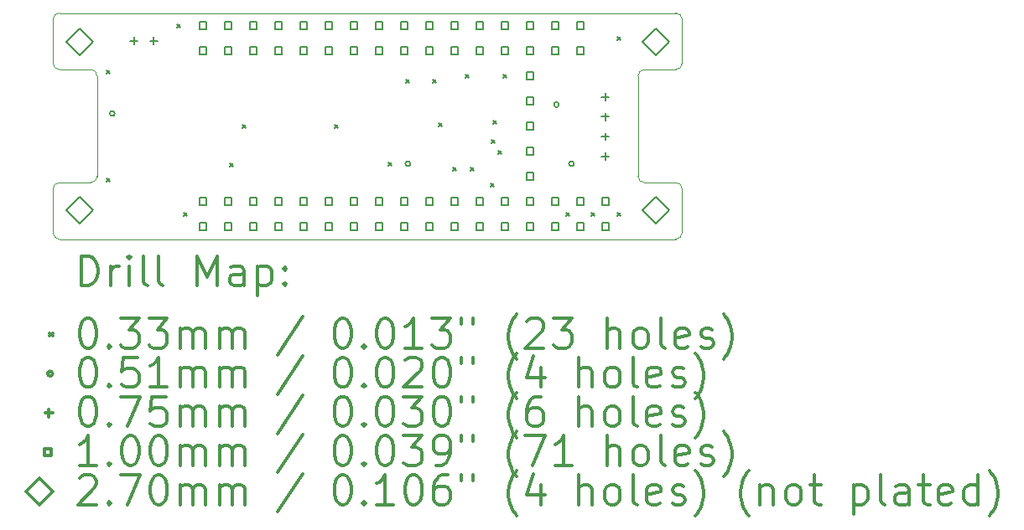
<source format=gbr>
%FSLAX45Y45*%
G04 Gerber Fmt 4.5, Leading zero omitted, Abs format (unit mm)*
G04 Created by KiCad (PCBNEW (5.0.0-rc2-dev-444-g2974a2c10)) date 12/17/19 20:52:31*
%MOMM*%
%LPD*%
G01*
G04 APERTURE LIST*
%ADD10C,0.100000*%
%ADD11C,0.200000*%
%ADD12C,0.300000*%
G04 APERTURE END LIST*
D10*
X16014700Y-11874500D02*
X16014700Y-11430000D01*
X16014700Y-10160000D02*
G75*
G02X15951200Y-10223500I-63500J0D01*
G01*
X15951200Y-10223500D02*
X15633700Y-10223500D01*
X15570200Y-10287000D02*
X15570200Y-11303000D01*
X15570200Y-10287000D02*
G75*
G02X15633700Y-10223500I63500J0D01*
G01*
X15633700Y-11366500D02*
G75*
G02X15570200Y-11303000I0J63500D01*
G01*
X15951200Y-11366500D02*
G75*
G02X16014700Y-11430000I0J-63500D01*
G01*
X15951200Y-11366500D02*
X15633700Y-11366500D01*
X9728200Y-11366500D02*
X10045700Y-11366500D01*
X9728200Y-10223500D02*
X10045700Y-10223500D01*
X10109200Y-11303000D02*
G75*
G02X10045700Y-11366500I-63500J0D01*
G01*
X10045700Y-10223500D02*
G75*
G02X10109200Y-10287000I0J-63500D01*
G01*
X10109200Y-11303000D02*
X10109200Y-10287000D01*
X9664700Y-11874500D02*
X9664700Y-11430000D01*
X9664700Y-11430000D02*
G75*
G02X9728200Y-11366500I63500J0D01*
G01*
X9728200Y-10223500D02*
G75*
G02X9664700Y-10160000I0J63500D01*
G01*
X16014700Y-11874500D02*
G75*
G02X15951200Y-11938000I-63500J0D01*
G01*
X9728200Y-11938000D02*
G75*
G02X9664700Y-11874500I0J63500D01*
G01*
X9664700Y-9715500D02*
G75*
G02X9728200Y-9652000I63500J0D01*
G01*
X15951200Y-9652000D02*
G75*
G02X16014700Y-9715500I0J-63500D01*
G01*
X9664700Y-10160000D02*
X9664700Y-9715500D01*
X9728200Y-11938000D02*
X15951200Y-11938000D01*
X9728200Y-9652000D02*
X15951200Y-9652000D01*
X16014700Y-10160000D02*
X16014700Y-9715500D01*
D11*
X10206990Y-10232390D02*
X10240010Y-10265410D01*
X10240010Y-10232390D02*
X10206990Y-10265410D01*
X10206990Y-11324590D02*
X10240010Y-11357610D01*
X10240010Y-11324590D02*
X10206990Y-11357610D01*
X10918190Y-9762490D02*
X10951210Y-9795510D01*
X10951210Y-9762490D02*
X10918190Y-9795510D01*
X10981690Y-11667490D02*
X11014710Y-11700510D01*
X11014710Y-11667490D02*
X10981690Y-11700510D01*
X11451590Y-11172190D02*
X11484610Y-11205210D01*
X11484610Y-11172190D02*
X11451590Y-11205210D01*
X11578590Y-10778490D02*
X11611610Y-10811510D01*
X11611610Y-10778490D02*
X11578590Y-10811510D01*
X12505690Y-10778490D02*
X12538710Y-10811510D01*
X12538710Y-10778490D02*
X12505690Y-10811510D01*
X13051790Y-11159490D02*
X13084810Y-11192510D01*
X13084810Y-11159490D02*
X13051790Y-11192510D01*
X13229590Y-10321290D02*
X13262610Y-10354310D01*
X13262610Y-10321290D02*
X13229590Y-10354310D01*
X13496290Y-10321290D02*
X13529310Y-10354310D01*
X13529310Y-10321290D02*
X13496290Y-10354310D01*
X13559790Y-10765790D02*
X13592810Y-10798810D01*
X13592810Y-10765790D02*
X13559790Y-10798810D01*
X13699490Y-11210290D02*
X13732510Y-11243310D01*
X13732510Y-11210290D02*
X13699490Y-11243310D01*
X13826490Y-10270490D02*
X13859510Y-10303510D01*
X13859510Y-10270490D02*
X13826490Y-10303510D01*
X13877290Y-11210290D02*
X13910310Y-11243310D01*
X13910310Y-11210290D02*
X13877290Y-11243310D01*
X14080490Y-11375390D02*
X14113510Y-11408410D01*
X14113510Y-11375390D02*
X14080490Y-11408410D01*
X14090949Y-10933131D02*
X14123969Y-10966151D01*
X14123969Y-10933131D02*
X14090949Y-10966151D01*
X14105890Y-10740390D02*
X14138910Y-10773410D01*
X14138910Y-10740390D02*
X14105890Y-10773410D01*
X14156690Y-11045190D02*
X14189710Y-11078210D01*
X14189710Y-11045190D02*
X14156690Y-11078210D01*
X14207490Y-10270490D02*
X14240510Y-10303510D01*
X14240510Y-10270490D02*
X14207490Y-10303510D01*
X14842490Y-11667490D02*
X14875510Y-11700510D01*
X14875510Y-11667490D02*
X14842490Y-11700510D01*
X15096490Y-11667490D02*
X15129510Y-11700510D01*
X15129510Y-11667490D02*
X15096490Y-11700510D01*
X15363190Y-9889490D02*
X15396210Y-9922510D01*
X15396210Y-9889490D02*
X15363190Y-9922510D01*
X15363190Y-11667490D02*
X15396210Y-11700510D01*
X15396210Y-11667490D02*
X15363190Y-11700510D01*
X10287000Y-10668000D02*
G75*
G03X10287000Y-10668000I-25400J0D01*
G01*
X13271500Y-11176000D02*
G75*
G03X13271500Y-11176000I-25400J0D01*
G01*
X14770100Y-10579100D02*
G75*
G03X14770100Y-10579100I-25400J0D01*
G01*
X14922500Y-11176000D02*
G75*
G03X14922500Y-11176000I-25400J0D01*
G01*
X15240000Y-10462300D02*
X15240000Y-10537300D01*
X15202500Y-10499800D02*
X15277500Y-10499800D01*
X15240000Y-10662300D02*
X15240000Y-10737300D01*
X15202500Y-10699800D02*
X15277500Y-10699800D01*
X15240000Y-10862300D02*
X15240000Y-10937300D01*
X15202500Y-10899800D02*
X15277500Y-10899800D01*
X15240000Y-11062300D02*
X15240000Y-11137300D01*
X15202500Y-11099800D02*
X15277500Y-11099800D01*
X10480700Y-9893900D02*
X10480700Y-9968900D01*
X10443200Y-9931400D02*
X10518200Y-9931400D01*
X10680700Y-9893900D02*
X10680700Y-9968900D01*
X10643200Y-9931400D02*
X10718200Y-9931400D01*
X11211356Y-10068356D02*
X11211356Y-9997644D01*
X11140644Y-9997644D01*
X11140644Y-10068356D01*
X11211356Y-10068356D01*
X11465356Y-10068356D02*
X11465356Y-9997644D01*
X11394644Y-9997644D01*
X11394644Y-10068356D01*
X11465356Y-10068356D01*
X11719356Y-10068356D02*
X11719356Y-9997644D01*
X11648644Y-9997644D01*
X11648644Y-10068356D01*
X11719356Y-10068356D01*
X11973356Y-10068356D02*
X11973356Y-9997644D01*
X11902644Y-9997644D01*
X11902644Y-10068356D01*
X11973356Y-10068356D01*
X12227356Y-10068356D02*
X12227356Y-9997644D01*
X12156644Y-9997644D01*
X12156644Y-10068356D01*
X12227356Y-10068356D01*
X12481356Y-10068356D02*
X12481356Y-9997644D01*
X12410644Y-9997644D01*
X12410644Y-10068356D01*
X12481356Y-10068356D01*
X12735356Y-10068356D02*
X12735356Y-9997644D01*
X12664644Y-9997644D01*
X12664644Y-10068356D01*
X12735356Y-10068356D01*
X12989356Y-10068356D02*
X12989356Y-9997644D01*
X12918644Y-9997644D01*
X12918644Y-10068356D01*
X12989356Y-10068356D01*
X13243356Y-10068356D02*
X13243356Y-9997644D01*
X13172644Y-9997644D01*
X13172644Y-10068356D01*
X13243356Y-10068356D01*
X13497356Y-10068356D02*
X13497356Y-9997644D01*
X13426644Y-9997644D01*
X13426644Y-10068356D01*
X13497356Y-10068356D01*
X13751356Y-10068356D02*
X13751356Y-9997644D01*
X13680644Y-9997644D01*
X13680644Y-10068356D01*
X13751356Y-10068356D01*
X14005356Y-10068356D02*
X14005356Y-9997644D01*
X13934644Y-9997644D01*
X13934644Y-10068356D01*
X14005356Y-10068356D01*
X14259356Y-10068356D02*
X14259356Y-9997644D01*
X14188644Y-9997644D01*
X14188644Y-10068356D01*
X14259356Y-10068356D01*
X14513356Y-10068356D02*
X14513356Y-9997644D01*
X14442644Y-9997644D01*
X14442644Y-10068356D01*
X14513356Y-10068356D01*
X14767356Y-10068356D02*
X14767356Y-9997644D01*
X14696644Y-9997644D01*
X14696644Y-10068356D01*
X14767356Y-10068356D01*
X15021356Y-10068356D02*
X15021356Y-9997644D01*
X14950644Y-9997644D01*
X14950644Y-10068356D01*
X15021356Y-10068356D01*
X11211356Y-9814356D02*
X11211356Y-9743644D01*
X11140644Y-9743644D01*
X11140644Y-9814356D01*
X11211356Y-9814356D01*
X11465356Y-9814356D02*
X11465356Y-9743644D01*
X11394644Y-9743644D01*
X11394644Y-9814356D01*
X11465356Y-9814356D01*
X11719356Y-9814356D02*
X11719356Y-9743644D01*
X11648644Y-9743644D01*
X11648644Y-9814356D01*
X11719356Y-9814356D01*
X11973356Y-9814356D02*
X11973356Y-9743644D01*
X11902644Y-9743644D01*
X11902644Y-9814356D01*
X11973356Y-9814356D01*
X12227356Y-9814356D02*
X12227356Y-9743644D01*
X12156644Y-9743644D01*
X12156644Y-9814356D01*
X12227356Y-9814356D01*
X12481356Y-9814356D02*
X12481356Y-9743644D01*
X12410644Y-9743644D01*
X12410644Y-9814356D01*
X12481356Y-9814356D01*
X12735356Y-9814356D02*
X12735356Y-9743644D01*
X12664644Y-9743644D01*
X12664644Y-9814356D01*
X12735356Y-9814356D01*
X12989356Y-9814356D02*
X12989356Y-9743644D01*
X12918644Y-9743644D01*
X12918644Y-9814356D01*
X12989356Y-9814356D01*
X13243356Y-9814356D02*
X13243356Y-9743644D01*
X13172644Y-9743644D01*
X13172644Y-9814356D01*
X13243356Y-9814356D01*
X13497356Y-9814356D02*
X13497356Y-9743644D01*
X13426644Y-9743644D01*
X13426644Y-9814356D01*
X13497356Y-9814356D01*
X13751356Y-9814356D02*
X13751356Y-9743644D01*
X13680644Y-9743644D01*
X13680644Y-9814356D01*
X13751356Y-9814356D01*
X14005356Y-9814356D02*
X14005356Y-9743644D01*
X13934644Y-9743644D01*
X13934644Y-9814356D01*
X14005356Y-9814356D01*
X14259356Y-9814356D02*
X14259356Y-9743644D01*
X14188644Y-9743644D01*
X14188644Y-9814356D01*
X14259356Y-9814356D01*
X14513356Y-9814356D02*
X14513356Y-9743644D01*
X14442644Y-9743644D01*
X14442644Y-9814356D01*
X14513356Y-9814356D01*
X14767356Y-9814356D02*
X14767356Y-9743644D01*
X14696644Y-9743644D01*
X14696644Y-9814356D01*
X14767356Y-9814356D01*
X15021356Y-9814356D02*
X15021356Y-9743644D01*
X14950644Y-9743644D01*
X14950644Y-9814356D01*
X15021356Y-9814356D01*
X11211356Y-11592356D02*
X11211356Y-11521644D01*
X11140644Y-11521644D01*
X11140644Y-11592356D01*
X11211356Y-11592356D01*
X11465356Y-11592356D02*
X11465356Y-11521644D01*
X11394644Y-11521644D01*
X11394644Y-11592356D01*
X11465356Y-11592356D01*
X11719356Y-11592356D02*
X11719356Y-11521644D01*
X11648644Y-11521644D01*
X11648644Y-11592356D01*
X11719356Y-11592356D01*
X11973356Y-11592356D02*
X11973356Y-11521644D01*
X11902644Y-11521644D01*
X11902644Y-11592356D01*
X11973356Y-11592356D01*
X12227356Y-11592356D02*
X12227356Y-11521644D01*
X12156644Y-11521644D01*
X12156644Y-11592356D01*
X12227356Y-11592356D01*
X12481356Y-11592356D02*
X12481356Y-11521644D01*
X12410644Y-11521644D01*
X12410644Y-11592356D01*
X12481356Y-11592356D01*
X12735356Y-11592356D02*
X12735356Y-11521644D01*
X12664644Y-11521644D01*
X12664644Y-11592356D01*
X12735356Y-11592356D01*
X12989356Y-11592356D02*
X12989356Y-11521644D01*
X12918644Y-11521644D01*
X12918644Y-11592356D01*
X12989356Y-11592356D01*
X13243356Y-11592356D02*
X13243356Y-11521644D01*
X13172644Y-11521644D01*
X13172644Y-11592356D01*
X13243356Y-11592356D01*
X13497356Y-11592356D02*
X13497356Y-11521644D01*
X13426644Y-11521644D01*
X13426644Y-11592356D01*
X13497356Y-11592356D01*
X13751356Y-11592356D02*
X13751356Y-11521644D01*
X13680644Y-11521644D01*
X13680644Y-11592356D01*
X13751356Y-11592356D01*
X14005356Y-11592356D02*
X14005356Y-11521644D01*
X13934644Y-11521644D01*
X13934644Y-11592356D01*
X14005356Y-11592356D01*
X14259356Y-11592356D02*
X14259356Y-11521644D01*
X14188644Y-11521644D01*
X14188644Y-11592356D01*
X14259356Y-11592356D01*
X14513356Y-11592356D02*
X14513356Y-11521644D01*
X14442644Y-11521644D01*
X14442644Y-11592356D01*
X14513356Y-11592356D01*
X14767356Y-11592356D02*
X14767356Y-11521644D01*
X14696644Y-11521644D01*
X14696644Y-11592356D01*
X14767356Y-11592356D01*
X15021356Y-11592356D02*
X15021356Y-11521644D01*
X14950644Y-11521644D01*
X14950644Y-11592356D01*
X15021356Y-11592356D01*
X15275356Y-11592356D02*
X15275356Y-11521644D01*
X15204644Y-11521644D01*
X15204644Y-11592356D01*
X15275356Y-11592356D01*
X14513356Y-10322356D02*
X14513356Y-10251644D01*
X14442644Y-10251644D01*
X14442644Y-10322356D01*
X14513356Y-10322356D01*
X14513356Y-10576356D02*
X14513356Y-10505644D01*
X14442644Y-10505644D01*
X14442644Y-10576356D01*
X14513356Y-10576356D01*
X14513356Y-10830356D02*
X14513356Y-10759644D01*
X14442644Y-10759644D01*
X14442644Y-10830356D01*
X14513356Y-10830356D01*
X14513356Y-11084356D02*
X14513356Y-11013644D01*
X14442644Y-11013644D01*
X14442644Y-11084356D01*
X14513356Y-11084356D01*
X14513356Y-11338356D02*
X14513356Y-11267644D01*
X14442644Y-11267644D01*
X14442644Y-11338356D01*
X14513356Y-11338356D01*
X11211356Y-11846356D02*
X11211356Y-11775644D01*
X11140644Y-11775644D01*
X11140644Y-11846356D01*
X11211356Y-11846356D01*
X11465356Y-11846356D02*
X11465356Y-11775644D01*
X11394644Y-11775644D01*
X11394644Y-11846356D01*
X11465356Y-11846356D01*
X11719356Y-11846356D02*
X11719356Y-11775644D01*
X11648644Y-11775644D01*
X11648644Y-11846356D01*
X11719356Y-11846356D01*
X11973356Y-11846356D02*
X11973356Y-11775644D01*
X11902644Y-11775644D01*
X11902644Y-11846356D01*
X11973356Y-11846356D01*
X12227356Y-11846356D02*
X12227356Y-11775644D01*
X12156644Y-11775644D01*
X12156644Y-11846356D01*
X12227356Y-11846356D01*
X12481356Y-11846356D02*
X12481356Y-11775644D01*
X12410644Y-11775644D01*
X12410644Y-11846356D01*
X12481356Y-11846356D01*
X12735356Y-11846356D02*
X12735356Y-11775644D01*
X12664644Y-11775644D01*
X12664644Y-11846356D01*
X12735356Y-11846356D01*
X12989356Y-11846356D02*
X12989356Y-11775644D01*
X12918644Y-11775644D01*
X12918644Y-11846356D01*
X12989356Y-11846356D01*
X13243356Y-11846356D02*
X13243356Y-11775644D01*
X13172644Y-11775644D01*
X13172644Y-11846356D01*
X13243356Y-11846356D01*
X13497356Y-11846356D02*
X13497356Y-11775644D01*
X13426644Y-11775644D01*
X13426644Y-11846356D01*
X13497356Y-11846356D01*
X13751356Y-11846356D02*
X13751356Y-11775644D01*
X13680644Y-11775644D01*
X13680644Y-11846356D01*
X13751356Y-11846356D01*
X14005356Y-11846356D02*
X14005356Y-11775644D01*
X13934644Y-11775644D01*
X13934644Y-11846356D01*
X14005356Y-11846356D01*
X14259356Y-11846356D02*
X14259356Y-11775644D01*
X14188644Y-11775644D01*
X14188644Y-11846356D01*
X14259356Y-11846356D01*
X14513356Y-11846356D02*
X14513356Y-11775644D01*
X14442644Y-11775644D01*
X14442644Y-11846356D01*
X14513356Y-11846356D01*
X14767356Y-11846356D02*
X14767356Y-11775644D01*
X14696644Y-11775644D01*
X14696644Y-11846356D01*
X14767356Y-11846356D01*
X15021356Y-11846356D02*
X15021356Y-11775644D01*
X14950644Y-11775644D01*
X14950644Y-11846356D01*
X15021356Y-11846356D01*
X15275356Y-11846356D02*
X15275356Y-11775644D01*
X15204644Y-11775644D01*
X15204644Y-11846356D01*
X15275356Y-11846356D01*
X9931400Y-11780900D02*
X10066400Y-11645900D01*
X9931400Y-11510900D01*
X9796400Y-11645900D01*
X9931400Y-11780900D01*
X15748000Y-11780900D02*
X15883000Y-11645900D01*
X15748000Y-11510900D01*
X15613000Y-11645900D01*
X15748000Y-11780900D01*
X9931400Y-10079100D02*
X10066400Y-9944100D01*
X9931400Y-9809100D01*
X9796400Y-9944100D01*
X9931400Y-10079100D01*
X15748000Y-10079100D02*
X15883000Y-9944100D01*
X15748000Y-9809100D01*
X15613000Y-9944100D01*
X15748000Y-10079100D01*
D12*
X9946128Y-12408714D02*
X9946128Y-12108714D01*
X10017557Y-12108714D01*
X10060414Y-12123000D01*
X10088986Y-12151571D01*
X10103271Y-12180143D01*
X10117557Y-12237286D01*
X10117557Y-12280143D01*
X10103271Y-12337286D01*
X10088986Y-12365857D01*
X10060414Y-12394429D01*
X10017557Y-12408714D01*
X9946128Y-12408714D01*
X10246128Y-12408714D02*
X10246128Y-12208714D01*
X10246128Y-12265857D02*
X10260414Y-12237286D01*
X10274700Y-12223000D01*
X10303271Y-12208714D01*
X10331843Y-12208714D01*
X10431843Y-12408714D02*
X10431843Y-12208714D01*
X10431843Y-12108714D02*
X10417557Y-12123000D01*
X10431843Y-12137286D01*
X10446128Y-12123000D01*
X10431843Y-12108714D01*
X10431843Y-12137286D01*
X10617557Y-12408714D02*
X10588986Y-12394429D01*
X10574700Y-12365857D01*
X10574700Y-12108714D01*
X10774700Y-12408714D02*
X10746128Y-12394429D01*
X10731843Y-12365857D01*
X10731843Y-12108714D01*
X11117557Y-12408714D02*
X11117557Y-12108714D01*
X11217557Y-12323000D01*
X11317557Y-12108714D01*
X11317557Y-12408714D01*
X11588986Y-12408714D02*
X11588986Y-12251571D01*
X11574700Y-12223000D01*
X11546128Y-12208714D01*
X11488986Y-12208714D01*
X11460414Y-12223000D01*
X11588986Y-12394429D02*
X11560414Y-12408714D01*
X11488986Y-12408714D01*
X11460414Y-12394429D01*
X11446128Y-12365857D01*
X11446128Y-12337286D01*
X11460414Y-12308714D01*
X11488986Y-12294429D01*
X11560414Y-12294429D01*
X11588986Y-12280143D01*
X11731843Y-12208714D02*
X11731843Y-12508714D01*
X11731843Y-12223000D02*
X11760414Y-12208714D01*
X11817557Y-12208714D01*
X11846128Y-12223000D01*
X11860414Y-12237286D01*
X11874700Y-12265857D01*
X11874700Y-12351571D01*
X11860414Y-12380143D01*
X11846128Y-12394429D01*
X11817557Y-12408714D01*
X11760414Y-12408714D01*
X11731843Y-12394429D01*
X12003271Y-12380143D02*
X12017557Y-12394429D01*
X12003271Y-12408714D01*
X11988986Y-12394429D01*
X12003271Y-12380143D01*
X12003271Y-12408714D01*
X12003271Y-12223000D02*
X12017557Y-12237286D01*
X12003271Y-12251571D01*
X11988986Y-12237286D01*
X12003271Y-12223000D01*
X12003271Y-12251571D01*
X9626680Y-12886490D02*
X9659700Y-12919510D01*
X9659700Y-12886490D02*
X9626680Y-12919510D01*
X10003271Y-12738714D02*
X10031843Y-12738714D01*
X10060414Y-12753000D01*
X10074700Y-12767286D01*
X10088986Y-12795857D01*
X10103271Y-12853000D01*
X10103271Y-12924429D01*
X10088986Y-12981571D01*
X10074700Y-13010143D01*
X10060414Y-13024429D01*
X10031843Y-13038714D01*
X10003271Y-13038714D01*
X9974700Y-13024429D01*
X9960414Y-13010143D01*
X9946128Y-12981571D01*
X9931843Y-12924429D01*
X9931843Y-12853000D01*
X9946128Y-12795857D01*
X9960414Y-12767286D01*
X9974700Y-12753000D01*
X10003271Y-12738714D01*
X10231843Y-13010143D02*
X10246128Y-13024429D01*
X10231843Y-13038714D01*
X10217557Y-13024429D01*
X10231843Y-13010143D01*
X10231843Y-13038714D01*
X10346128Y-12738714D02*
X10531843Y-12738714D01*
X10431843Y-12853000D01*
X10474700Y-12853000D01*
X10503271Y-12867286D01*
X10517557Y-12881571D01*
X10531843Y-12910143D01*
X10531843Y-12981571D01*
X10517557Y-13010143D01*
X10503271Y-13024429D01*
X10474700Y-13038714D01*
X10388986Y-13038714D01*
X10360414Y-13024429D01*
X10346128Y-13010143D01*
X10631843Y-12738714D02*
X10817557Y-12738714D01*
X10717557Y-12853000D01*
X10760414Y-12853000D01*
X10788986Y-12867286D01*
X10803271Y-12881571D01*
X10817557Y-12910143D01*
X10817557Y-12981571D01*
X10803271Y-13010143D01*
X10788986Y-13024429D01*
X10760414Y-13038714D01*
X10674700Y-13038714D01*
X10646128Y-13024429D01*
X10631843Y-13010143D01*
X10946128Y-13038714D02*
X10946128Y-12838714D01*
X10946128Y-12867286D02*
X10960414Y-12853000D01*
X10988986Y-12838714D01*
X11031843Y-12838714D01*
X11060414Y-12853000D01*
X11074700Y-12881571D01*
X11074700Y-13038714D01*
X11074700Y-12881571D02*
X11088986Y-12853000D01*
X11117557Y-12838714D01*
X11160414Y-12838714D01*
X11188986Y-12853000D01*
X11203271Y-12881571D01*
X11203271Y-13038714D01*
X11346128Y-13038714D02*
X11346128Y-12838714D01*
X11346128Y-12867286D02*
X11360414Y-12853000D01*
X11388986Y-12838714D01*
X11431843Y-12838714D01*
X11460414Y-12853000D01*
X11474700Y-12881571D01*
X11474700Y-13038714D01*
X11474700Y-12881571D02*
X11488986Y-12853000D01*
X11517557Y-12838714D01*
X11560414Y-12838714D01*
X11588986Y-12853000D01*
X11603271Y-12881571D01*
X11603271Y-13038714D01*
X12188986Y-12724429D02*
X11931843Y-13110143D01*
X12574700Y-12738714D02*
X12603271Y-12738714D01*
X12631843Y-12753000D01*
X12646128Y-12767286D01*
X12660414Y-12795857D01*
X12674700Y-12853000D01*
X12674700Y-12924429D01*
X12660414Y-12981571D01*
X12646128Y-13010143D01*
X12631843Y-13024429D01*
X12603271Y-13038714D01*
X12574700Y-13038714D01*
X12546128Y-13024429D01*
X12531843Y-13010143D01*
X12517557Y-12981571D01*
X12503271Y-12924429D01*
X12503271Y-12853000D01*
X12517557Y-12795857D01*
X12531843Y-12767286D01*
X12546128Y-12753000D01*
X12574700Y-12738714D01*
X12803271Y-13010143D02*
X12817557Y-13024429D01*
X12803271Y-13038714D01*
X12788986Y-13024429D01*
X12803271Y-13010143D01*
X12803271Y-13038714D01*
X13003271Y-12738714D02*
X13031843Y-12738714D01*
X13060414Y-12753000D01*
X13074700Y-12767286D01*
X13088986Y-12795857D01*
X13103271Y-12853000D01*
X13103271Y-12924429D01*
X13088986Y-12981571D01*
X13074700Y-13010143D01*
X13060414Y-13024429D01*
X13031843Y-13038714D01*
X13003271Y-13038714D01*
X12974700Y-13024429D01*
X12960414Y-13010143D01*
X12946128Y-12981571D01*
X12931843Y-12924429D01*
X12931843Y-12853000D01*
X12946128Y-12795857D01*
X12960414Y-12767286D01*
X12974700Y-12753000D01*
X13003271Y-12738714D01*
X13388986Y-13038714D02*
X13217557Y-13038714D01*
X13303271Y-13038714D02*
X13303271Y-12738714D01*
X13274700Y-12781571D01*
X13246128Y-12810143D01*
X13217557Y-12824429D01*
X13488986Y-12738714D02*
X13674700Y-12738714D01*
X13574700Y-12853000D01*
X13617557Y-12853000D01*
X13646128Y-12867286D01*
X13660414Y-12881571D01*
X13674700Y-12910143D01*
X13674700Y-12981571D01*
X13660414Y-13010143D01*
X13646128Y-13024429D01*
X13617557Y-13038714D01*
X13531843Y-13038714D01*
X13503271Y-13024429D01*
X13488986Y-13010143D01*
X13788986Y-12738714D02*
X13788986Y-12795857D01*
X13903271Y-12738714D02*
X13903271Y-12795857D01*
X14346128Y-13153000D02*
X14331843Y-13138714D01*
X14303271Y-13095857D01*
X14288986Y-13067286D01*
X14274700Y-13024429D01*
X14260414Y-12953000D01*
X14260414Y-12895857D01*
X14274700Y-12824429D01*
X14288986Y-12781571D01*
X14303271Y-12753000D01*
X14331843Y-12710143D01*
X14346128Y-12695857D01*
X14446128Y-12767286D02*
X14460414Y-12753000D01*
X14488986Y-12738714D01*
X14560414Y-12738714D01*
X14588986Y-12753000D01*
X14603271Y-12767286D01*
X14617557Y-12795857D01*
X14617557Y-12824429D01*
X14603271Y-12867286D01*
X14431843Y-13038714D01*
X14617557Y-13038714D01*
X14717557Y-12738714D02*
X14903271Y-12738714D01*
X14803271Y-12853000D01*
X14846128Y-12853000D01*
X14874700Y-12867286D01*
X14888986Y-12881571D01*
X14903271Y-12910143D01*
X14903271Y-12981571D01*
X14888986Y-13010143D01*
X14874700Y-13024429D01*
X14846128Y-13038714D01*
X14760414Y-13038714D01*
X14731843Y-13024429D01*
X14717557Y-13010143D01*
X15260414Y-13038714D02*
X15260414Y-12738714D01*
X15388986Y-13038714D02*
X15388986Y-12881571D01*
X15374700Y-12853000D01*
X15346128Y-12838714D01*
X15303271Y-12838714D01*
X15274700Y-12853000D01*
X15260414Y-12867286D01*
X15574700Y-13038714D02*
X15546128Y-13024429D01*
X15531843Y-13010143D01*
X15517557Y-12981571D01*
X15517557Y-12895857D01*
X15531843Y-12867286D01*
X15546128Y-12853000D01*
X15574700Y-12838714D01*
X15617557Y-12838714D01*
X15646128Y-12853000D01*
X15660414Y-12867286D01*
X15674700Y-12895857D01*
X15674700Y-12981571D01*
X15660414Y-13010143D01*
X15646128Y-13024429D01*
X15617557Y-13038714D01*
X15574700Y-13038714D01*
X15846128Y-13038714D02*
X15817557Y-13024429D01*
X15803271Y-12995857D01*
X15803271Y-12738714D01*
X16074700Y-13024429D02*
X16046128Y-13038714D01*
X15988986Y-13038714D01*
X15960414Y-13024429D01*
X15946128Y-12995857D01*
X15946128Y-12881571D01*
X15960414Y-12853000D01*
X15988986Y-12838714D01*
X16046128Y-12838714D01*
X16074700Y-12853000D01*
X16088986Y-12881571D01*
X16088986Y-12910143D01*
X15946128Y-12938714D01*
X16203271Y-13024429D02*
X16231843Y-13038714D01*
X16288986Y-13038714D01*
X16317557Y-13024429D01*
X16331843Y-12995857D01*
X16331843Y-12981571D01*
X16317557Y-12953000D01*
X16288986Y-12938714D01*
X16246128Y-12938714D01*
X16217557Y-12924429D01*
X16203271Y-12895857D01*
X16203271Y-12881571D01*
X16217557Y-12853000D01*
X16246128Y-12838714D01*
X16288986Y-12838714D01*
X16317557Y-12853000D01*
X16431843Y-13153000D02*
X16446128Y-13138714D01*
X16474700Y-13095857D01*
X16488986Y-13067286D01*
X16503271Y-13024429D01*
X16517557Y-12953000D01*
X16517557Y-12895857D01*
X16503271Y-12824429D01*
X16488986Y-12781571D01*
X16474700Y-12753000D01*
X16446128Y-12710143D01*
X16431843Y-12695857D01*
X9659700Y-13299000D02*
G75*
G03X9659700Y-13299000I-25400J0D01*
G01*
X10003271Y-13134714D02*
X10031843Y-13134714D01*
X10060414Y-13149000D01*
X10074700Y-13163286D01*
X10088986Y-13191857D01*
X10103271Y-13249000D01*
X10103271Y-13320429D01*
X10088986Y-13377571D01*
X10074700Y-13406143D01*
X10060414Y-13420429D01*
X10031843Y-13434714D01*
X10003271Y-13434714D01*
X9974700Y-13420429D01*
X9960414Y-13406143D01*
X9946128Y-13377571D01*
X9931843Y-13320429D01*
X9931843Y-13249000D01*
X9946128Y-13191857D01*
X9960414Y-13163286D01*
X9974700Y-13149000D01*
X10003271Y-13134714D01*
X10231843Y-13406143D02*
X10246128Y-13420429D01*
X10231843Y-13434714D01*
X10217557Y-13420429D01*
X10231843Y-13406143D01*
X10231843Y-13434714D01*
X10517557Y-13134714D02*
X10374700Y-13134714D01*
X10360414Y-13277571D01*
X10374700Y-13263286D01*
X10403271Y-13249000D01*
X10474700Y-13249000D01*
X10503271Y-13263286D01*
X10517557Y-13277571D01*
X10531843Y-13306143D01*
X10531843Y-13377571D01*
X10517557Y-13406143D01*
X10503271Y-13420429D01*
X10474700Y-13434714D01*
X10403271Y-13434714D01*
X10374700Y-13420429D01*
X10360414Y-13406143D01*
X10817557Y-13434714D02*
X10646128Y-13434714D01*
X10731843Y-13434714D02*
X10731843Y-13134714D01*
X10703271Y-13177571D01*
X10674700Y-13206143D01*
X10646128Y-13220429D01*
X10946128Y-13434714D02*
X10946128Y-13234714D01*
X10946128Y-13263286D02*
X10960414Y-13249000D01*
X10988986Y-13234714D01*
X11031843Y-13234714D01*
X11060414Y-13249000D01*
X11074700Y-13277571D01*
X11074700Y-13434714D01*
X11074700Y-13277571D02*
X11088986Y-13249000D01*
X11117557Y-13234714D01*
X11160414Y-13234714D01*
X11188986Y-13249000D01*
X11203271Y-13277571D01*
X11203271Y-13434714D01*
X11346128Y-13434714D02*
X11346128Y-13234714D01*
X11346128Y-13263286D02*
X11360414Y-13249000D01*
X11388986Y-13234714D01*
X11431843Y-13234714D01*
X11460414Y-13249000D01*
X11474700Y-13277571D01*
X11474700Y-13434714D01*
X11474700Y-13277571D02*
X11488986Y-13249000D01*
X11517557Y-13234714D01*
X11560414Y-13234714D01*
X11588986Y-13249000D01*
X11603271Y-13277571D01*
X11603271Y-13434714D01*
X12188986Y-13120429D02*
X11931843Y-13506143D01*
X12574700Y-13134714D02*
X12603271Y-13134714D01*
X12631843Y-13149000D01*
X12646128Y-13163286D01*
X12660414Y-13191857D01*
X12674700Y-13249000D01*
X12674700Y-13320429D01*
X12660414Y-13377571D01*
X12646128Y-13406143D01*
X12631843Y-13420429D01*
X12603271Y-13434714D01*
X12574700Y-13434714D01*
X12546128Y-13420429D01*
X12531843Y-13406143D01*
X12517557Y-13377571D01*
X12503271Y-13320429D01*
X12503271Y-13249000D01*
X12517557Y-13191857D01*
X12531843Y-13163286D01*
X12546128Y-13149000D01*
X12574700Y-13134714D01*
X12803271Y-13406143D02*
X12817557Y-13420429D01*
X12803271Y-13434714D01*
X12788986Y-13420429D01*
X12803271Y-13406143D01*
X12803271Y-13434714D01*
X13003271Y-13134714D02*
X13031843Y-13134714D01*
X13060414Y-13149000D01*
X13074700Y-13163286D01*
X13088986Y-13191857D01*
X13103271Y-13249000D01*
X13103271Y-13320429D01*
X13088986Y-13377571D01*
X13074700Y-13406143D01*
X13060414Y-13420429D01*
X13031843Y-13434714D01*
X13003271Y-13434714D01*
X12974700Y-13420429D01*
X12960414Y-13406143D01*
X12946128Y-13377571D01*
X12931843Y-13320429D01*
X12931843Y-13249000D01*
X12946128Y-13191857D01*
X12960414Y-13163286D01*
X12974700Y-13149000D01*
X13003271Y-13134714D01*
X13217557Y-13163286D02*
X13231843Y-13149000D01*
X13260414Y-13134714D01*
X13331843Y-13134714D01*
X13360414Y-13149000D01*
X13374700Y-13163286D01*
X13388986Y-13191857D01*
X13388986Y-13220429D01*
X13374700Y-13263286D01*
X13203271Y-13434714D01*
X13388986Y-13434714D01*
X13574700Y-13134714D02*
X13603271Y-13134714D01*
X13631843Y-13149000D01*
X13646128Y-13163286D01*
X13660414Y-13191857D01*
X13674700Y-13249000D01*
X13674700Y-13320429D01*
X13660414Y-13377571D01*
X13646128Y-13406143D01*
X13631843Y-13420429D01*
X13603271Y-13434714D01*
X13574700Y-13434714D01*
X13546128Y-13420429D01*
X13531843Y-13406143D01*
X13517557Y-13377571D01*
X13503271Y-13320429D01*
X13503271Y-13249000D01*
X13517557Y-13191857D01*
X13531843Y-13163286D01*
X13546128Y-13149000D01*
X13574700Y-13134714D01*
X13788986Y-13134714D02*
X13788986Y-13191857D01*
X13903271Y-13134714D02*
X13903271Y-13191857D01*
X14346128Y-13549000D02*
X14331843Y-13534714D01*
X14303271Y-13491857D01*
X14288986Y-13463286D01*
X14274700Y-13420429D01*
X14260414Y-13349000D01*
X14260414Y-13291857D01*
X14274700Y-13220429D01*
X14288986Y-13177571D01*
X14303271Y-13149000D01*
X14331843Y-13106143D01*
X14346128Y-13091857D01*
X14588986Y-13234714D02*
X14588986Y-13434714D01*
X14517557Y-13120429D02*
X14446128Y-13334714D01*
X14631843Y-13334714D01*
X14974700Y-13434714D02*
X14974700Y-13134714D01*
X15103271Y-13434714D02*
X15103271Y-13277571D01*
X15088986Y-13249000D01*
X15060414Y-13234714D01*
X15017557Y-13234714D01*
X14988986Y-13249000D01*
X14974700Y-13263286D01*
X15288986Y-13434714D02*
X15260414Y-13420429D01*
X15246128Y-13406143D01*
X15231843Y-13377571D01*
X15231843Y-13291857D01*
X15246128Y-13263286D01*
X15260414Y-13249000D01*
X15288986Y-13234714D01*
X15331843Y-13234714D01*
X15360414Y-13249000D01*
X15374700Y-13263286D01*
X15388986Y-13291857D01*
X15388986Y-13377571D01*
X15374700Y-13406143D01*
X15360414Y-13420429D01*
X15331843Y-13434714D01*
X15288986Y-13434714D01*
X15560414Y-13434714D02*
X15531843Y-13420429D01*
X15517557Y-13391857D01*
X15517557Y-13134714D01*
X15788986Y-13420429D02*
X15760414Y-13434714D01*
X15703271Y-13434714D01*
X15674700Y-13420429D01*
X15660414Y-13391857D01*
X15660414Y-13277571D01*
X15674700Y-13249000D01*
X15703271Y-13234714D01*
X15760414Y-13234714D01*
X15788986Y-13249000D01*
X15803271Y-13277571D01*
X15803271Y-13306143D01*
X15660414Y-13334714D01*
X15917557Y-13420429D02*
X15946128Y-13434714D01*
X16003271Y-13434714D01*
X16031843Y-13420429D01*
X16046128Y-13391857D01*
X16046128Y-13377571D01*
X16031843Y-13349000D01*
X16003271Y-13334714D01*
X15960414Y-13334714D01*
X15931843Y-13320429D01*
X15917557Y-13291857D01*
X15917557Y-13277571D01*
X15931843Y-13249000D01*
X15960414Y-13234714D01*
X16003271Y-13234714D01*
X16031843Y-13249000D01*
X16146128Y-13549000D02*
X16160414Y-13534714D01*
X16188986Y-13491857D01*
X16203271Y-13463286D01*
X16217557Y-13420429D01*
X16231843Y-13349000D01*
X16231843Y-13291857D01*
X16217557Y-13220429D01*
X16203271Y-13177571D01*
X16188986Y-13149000D01*
X16160414Y-13106143D01*
X16146128Y-13091857D01*
X9622200Y-13657500D02*
X9622200Y-13732500D01*
X9584700Y-13695000D02*
X9659700Y-13695000D01*
X10003271Y-13530714D02*
X10031843Y-13530714D01*
X10060414Y-13545000D01*
X10074700Y-13559286D01*
X10088986Y-13587857D01*
X10103271Y-13645000D01*
X10103271Y-13716429D01*
X10088986Y-13773571D01*
X10074700Y-13802143D01*
X10060414Y-13816429D01*
X10031843Y-13830714D01*
X10003271Y-13830714D01*
X9974700Y-13816429D01*
X9960414Y-13802143D01*
X9946128Y-13773571D01*
X9931843Y-13716429D01*
X9931843Y-13645000D01*
X9946128Y-13587857D01*
X9960414Y-13559286D01*
X9974700Y-13545000D01*
X10003271Y-13530714D01*
X10231843Y-13802143D02*
X10246128Y-13816429D01*
X10231843Y-13830714D01*
X10217557Y-13816429D01*
X10231843Y-13802143D01*
X10231843Y-13830714D01*
X10346128Y-13530714D02*
X10546128Y-13530714D01*
X10417557Y-13830714D01*
X10803271Y-13530714D02*
X10660414Y-13530714D01*
X10646128Y-13673571D01*
X10660414Y-13659286D01*
X10688986Y-13645000D01*
X10760414Y-13645000D01*
X10788986Y-13659286D01*
X10803271Y-13673571D01*
X10817557Y-13702143D01*
X10817557Y-13773571D01*
X10803271Y-13802143D01*
X10788986Y-13816429D01*
X10760414Y-13830714D01*
X10688986Y-13830714D01*
X10660414Y-13816429D01*
X10646128Y-13802143D01*
X10946128Y-13830714D02*
X10946128Y-13630714D01*
X10946128Y-13659286D02*
X10960414Y-13645000D01*
X10988986Y-13630714D01*
X11031843Y-13630714D01*
X11060414Y-13645000D01*
X11074700Y-13673571D01*
X11074700Y-13830714D01*
X11074700Y-13673571D02*
X11088986Y-13645000D01*
X11117557Y-13630714D01*
X11160414Y-13630714D01*
X11188986Y-13645000D01*
X11203271Y-13673571D01*
X11203271Y-13830714D01*
X11346128Y-13830714D02*
X11346128Y-13630714D01*
X11346128Y-13659286D02*
X11360414Y-13645000D01*
X11388986Y-13630714D01*
X11431843Y-13630714D01*
X11460414Y-13645000D01*
X11474700Y-13673571D01*
X11474700Y-13830714D01*
X11474700Y-13673571D02*
X11488986Y-13645000D01*
X11517557Y-13630714D01*
X11560414Y-13630714D01*
X11588986Y-13645000D01*
X11603271Y-13673571D01*
X11603271Y-13830714D01*
X12188986Y-13516429D02*
X11931843Y-13902143D01*
X12574700Y-13530714D02*
X12603271Y-13530714D01*
X12631843Y-13545000D01*
X12646128Y-13559286D01*
X12660414Y-13587857D01*
X12674700Y-13645000D01*
X12674700Y-13716429D01*
X12660414Y-13773571D01*
X12646128Y-13802143D01*
X12631843Y-13816429D01*
X12603271Y-13830714D01*
X12574700Y-13830714D01*
X12546128Y-13816429D01*
X12531843Y-13802143D01*
X12517557Y-13773571D01*
X12503271Y-13716429D01*
X12503271Y-13645000D01*
X12517557Y-13587857D01*
X12531843Y-13559286D01*
X12546128Y-13545000D01*
X12574700Y-13530714D01*
X12803271Y-13802143D02*
X12817557Y-13816429D01*
X12803271Y-13830714D01*
X12788986Y-13816429D01*
X12803271Y-13802143D01*
X12803271Y-13830714D01*
X13003271Y-13530714D02*
X13031843Y-13530714D01*
X13060414Y-13545000D01*
X13074700Y-13559286D01*
X13088986Y-13587857D01*
X13103271Y-13645000D01*
X13103271Y-13716429D01*
X13088986Y-13773571D01*
X13074700Y-13802143D01*
X13060414Y-13816429D01*
X13031843Y-13830714D01*
X13003271Y-13830714D01*
X12974700Y-13816429D01*
X12960414Y-13802143D01*
X12946128Y-13773571D01*
X12931843Y-13716429D01*
X12931843Y-13645000D01*
X12946128Y-13587857D01*
X12960414Y-13559286D01*
X12974700Y-13545000D01*
X13003271Y-13530714D01*
X13203271Y-13530714D02*
X13388986Y-13530714D01*
X13288986Y-13645000D01*
X13331843Y-13645000D01*
X13360414Y-13659286D01*
X13374700Y-13673571D01*
X13388986Y-13702143D01*
X13388986Y-13773571D01*
X13374700Y-13802143D01*
X13360414Y-13816429D01*
X13331843Y-13830714D01*
X13246128Y-13830714D01*
X13217557Y-13816429D01*
X13203271Y-13802143D01*
X13574700Y-13530714D02*
X13603271Y-13530714D01*
X13631843Y-13545000D01*
X13646128Y-13559286D01*
X13660414Y-13587857D01*
X13674700Y-13645000D01*
X13674700Y-13716429D01*
X13660414Y-13773571D01*
X13646128Y-13802143D01*
X13631843Y-13816429D01*
X13603271Y-13830714D01*
X13574700Y-13830714D01*
X13546128Y-13816429D01*
X13531843Y-13802143D01*
X13517557Y-13773571D01*
X13503271Y-13716429D01*
X13503271Y-13645000D01*
X13517557Y-13587857D01*
X13531843Y-13559286D01*
X13546128Y-13545000D01*
X13574700Y-13530714D01*
X13788986Y-13530714D02*
X13788986Y-13587857D01*
X13903271Y-13530714D02*
X13903271Y-13587857D01*
X14346128Y-13945000D02*
X14331843Y-13930714D01*
X14303271Y-13887857D01*
X14288986Y-13859286D01*
X14274700Y-13816429D01*
X14260414Y-13745000D01*
X14260414Y-13687857D01*
X14274700Y-13616429D01*
X14288986Y-13573571D01*
X14303271Y-13545000D01*
X14331843Y-13502143D01*
X14346128Y-13487857D01*
X14588986Y-13530714D02*
X14531843Y-13530714D01*
X14503271Y-13545000D01*
X14488986Y-13559286D01*
X14460414Y-13602143D01*
X14446128Y-13659286D01*
X14446128Y-13773571D01*
X14460414Y-13802143D01*
X14474700Y-13816429D01*
X14503271Y-13830714D01*
X14560414Y-13830714D01*
X14588986Y-13816429D01*
X14603271Y-13802143D01*
X14617557Y-13773571D01*
X14617557Y-13702143D01*
X14603271Y-13673571D01*
X14588986Y-13659286D01*
X14560414Y-13645000D01*
X14503271Y-13645000D01*
X14474700Y-13659286D01*
X14460414Y-13673571D01*
X14446128Y-13702143D01*
X14974700Y-13830714D02*
X14974700Y-13530714D01*
X15103271Y-13830714D02*
X15103271Y-13673571D01*
X15088986Y-13645000D01*
X15060414Y-13630714D01*
X15017557Y-13630714D01*
X14988986Y-13645000D01*
X14974700Y-13659286D01*
X15288986Y-13830714D02*
X15260414Y-13816429D01*
X15246128Y-13802143D01*
X15231843Y-13773571D01*
X15231843Y-13687857D01*
X15246128Y-13659286D01*
X15260414Y-13645000D01*
X15288986Y-13630714D01*
X15331843Y-13630714D01*
X15360414Y-13645000D01*
X15374700Y-13659286D01*
X15388986Y-13687857D01*
X15388986Y-13773571D01*
X15374700Y-13802143D01*
X15360414Y-13816429D01*
X15331843Y-13830714D01*
X15288986Y-13830714D01*
X15560414Y-13830714D02*
X15531843Y-13816429D01*
X15517557Y-13787857D01*
X15517557Y-13530714D01*
X15788986Y-13816429D02*
X15760414Y-13830714D01*
X15703271Y-13830714D01*
X15674700Y-13816429D01*
X15660414Y-13787857D01*
X15660414Y-13673571D01*
X15674700Y-13645000D01*
X15703271Y-13630714D01*
X15760414Y-13630714D01*
X15788986Y-13645000D01*
X15803271Y-13673571D01*
X15803271Y-13702143D01*
X15660414Y-13730714D01*
X15917557Y-13816429D02*
X15946128Y-13830714D01*
X16003271Y-13830714D01*
X16031843Y-13816429D01*
X16046128Y-13787857D01*
X16046128Y-13773571D01*
X16031843Y-13745000D01*
X16003271Y-13730714D01*
X15960414Y-13730714D01*
X15931843Y-13716429D01*
X15917557Y-13687857D01*
X15917557Y-13673571D01*
X15931843Y-13645000D01*
X15960414Y-13630714D01*
X16003271Y-13630714D01*
X16031843Y-13645000D01*
X16146128Y-13945000D02*
X16160414Y-13930714D01*
X16188986Y-13887857D01*
X16203271Y-13859286D01*
X16217557Y-13816429D01*
X16231843Y-13745000D01*
X16231843Y-13687857D01*
X16217557Y-13616429D01*
X16203271Y-13573571D01*
X16188986Y-13545000D01*
X16160414Y-13502143D01*
X16146128Y-13487857D01*
X9645056Y-14126356D02*
X9645056Y-14055644D01*
X9574344Y-14055644D01*
X9574344Y-14126356D01*
X9645056Y-14126356D01*
X10103271Y-14226714D02*
X9931843Y-14226714D01*
X10017557Y-14226714D02*
X10017557Y-13926714D01*
X9988986Y-13969571D01*
X9960414Y-13998143D01*
X9931843Y-14012429D01*
X10231843Y-14198143D02*
X10246128Y-14212429D01*
X10231843Y-14226714D01*
X10217557Y-14212429D01*
X10231843Y-14198143D01*
X10231843Y-14226714D01*
X10431843Y-13926714D02*
X10460414Y-13926714D01*
X10488986Y-13941000D01*
X10503271Y-13955286D01*
X10517557Y-13983857D01*
X10531843Y-14041000D01*
X10531843Y-14112429D01*
X10517557Y-14169571D01*
X10503271Y-14198143D01*
X10488986Y-14212429D01*
X10460414Y-14226714D01*
X10431843Y-14226714D01*
X10403271Y-14212429D01*
X10388986Y-14198143D01*
X10374700Y-14169571D01*
X10360414Y-14112429D01*
X10360414Y-14041000D01*
X10374700Y-13983857D01*
X10388986Y-13955286D01*
X10403271Y-13941000D01*
X10431843Y-13926714D01*
X10717557Y-13926714D02*
X10746128Y-13926714D01*
X10774700Y-13941000D01*
X10788986Y-13955286D01*
X10803271Y-13983857D01*
X10817557Y-14041000D01*
X10817557Y-14112429D01*
X10803271Y-14169571D01*
X10788986Y-14198143D01*
X10774700Y-14212429D01*
X10746128Y-14226714D01*
X10717557Y-14226714D01*
X10688986Y-14212429D01*
X10674700Y-14198143D01*
X10660414Y-14169571D01*
X10646128Y-14112429D01*
X10646128Y-14041000D01*
X10660414Y-13983857D01*
X10674700Y-13955286D01*
X10688986Y-13941000D01*
X10717557Y-13926714D01*
X10946128Y-14226714D02*
X10946128Y-14026714D01*
X10946128Y-14055286D02*
X10960414Y-14041000D01*
X10988986Y-14026714D01*
X11031843Y-14026714D01*
X11060414Y-14041000D01*
X11074700Y-14069571D01*
X11074700Y-14226714D01*
X11074700Y-14069571D02*
X11088986Y-14041000D01*
X11117557Y-14026714D01*
X11160414Y-14026714D01*
X11188986Y-14041000D01*
X11203271Y-14069571D01*
X11203271Y-14226714D01*
X11346128Y-14226714D02*
X11346128Y-14026714D01*
X11346128Y-14055286D02*
X11360414Y-14041000D01*
X11388986Y-14026714D01*
X11431843Y-14026714D01*
X11460414Y-14041000D01*
X11474700Y-14069571D01*
X11474700Y-14226714D01*
X11474700Y-14069571D02*
X11488986Y-14041000D01*
X11517557Y-14026714D01*
X11560414Y-14026714D01*
X11588986Y-14041000D01*
X11603271Y-14069571D01*
X11603271Y-14226714D01*
X12188986Y-13912429D02*
X11931843Y-14298143D01*
X12574700Y-13926714D02*
X12603271Y-13926714D01*
X12631843Y-13941000D01*
X12646128Y-13955286D01*
X12660414Y-13983857D01*
X12674700Y-14041000D01*
X12674700Y-14112429D01*
X12660414Y-14169571D01*
X12646128Y-14198143D01*
X12631843Y-14212429D01*
X12603271Y-14226714D01*
X12574700Y-14226714D01*
X12546128Y-14212429D01*
X12531843Y-14198143D01*
X12517557Y-14169571D01*
X12503271Y-14112429D01*
X12503271Y-14041000D01*
X12517557Y-13983857D01*
X12531843Y-13955286D01*
X12546128Y-13941000D01*
X12574700Y-13926714D01*
X12803271Y-14198143D02*
X12817557Y-14212429D01*
X12803271Y-14226714D01*
X12788986Y-14212429D01*
X12803271Y-14198143D01*
X12803271Y-14226714D01*
X13003271Y-13926714D02*
X13031843Y-13926714D01*
X13060414Y-13941000D01*
X13074700Y-13955286D01*
X13088986Y-13983857D01*
X13103271Y-14041000D01*
X13103271Y-14112429D01*
X13088986Y-14169571D01*
X13074700Y-14198143D01*
X13060414Y-14212429D01*
X13031843Y-14226714D01*
X13003271Y-14226714D01*
X12974700Y-14212429D01*
X12960414Y-14198143D01*
X12946128Y-14169571D01*
X12931843Y-14112429D01*
X12931843Y-14041000D01*
X12946128Y-13983857D01*
X12960414Y-13955286D01*
X12974700Y-13941000D01*
X13003271Y-13926714D01*
X13203271Y-13926714D02*
X13388986Y-13926714D01*
X13288986Y-14041000D01*
X13331843Y-14041000D01*
X13360414Y-14055286D01*
X13374700Y-14069571D01*
X13388986Y-14098143D01*
X13388986Y-14169571D01*
X13374700Y-14198143D01*
X13360414Y-14212429D01*
X13331843Y-14226714D01*
X13246128Y-14226714D01*
X13217557Y-14212429D01*
X13203271Y-14198143D01*
X13531843Y-14226714D02*
X13588986Y-14226714D01*
X13617557Y-14212429D01*
X13631843Y-14198143D01*
X13660414Y-14155286D01*
X13674700Y-14098143D01*
X13674700Y-13983857D01*
X13660414Y-13955286D01*
X13646128Y-13941000D01*
X13617557Y-13926714D01*
X13560414Y-13926714D01*
X13531843Y-13941000D01*
X13517557Y-13955286D01*
X13503271Y-13983857D01*
X13503271Y-14055286D01*
X13517557Y-14083857D01*
X13531843Y-14098143D01*
X13560414Y-14112429D01*
X13617557Y-14112429D01*
X13646128Y-14098143D01*
X13660414Y-14083857D01*
X13674700Y-14055286D01*
X13788986Y-13926714D02*
X13788986Y-13983857D01*
X13903271Y-13926714D02*
X13903271Y-13983857D01*
X14346128Y-14341000D02*
X14331843Y-14326714D01*
X14303271Y-14283857D01*
X14288986Y-14255286D01*
X14274700Y-14212429D01*
X14260414Y-14141000D01*
X14260414Y-14083857D01*
X14274700Y-14012429D01*
X14288986Y-13969571D01*
X14303271Y-13941000D01*
X14331843Y-13898143D01*
X14346128Y-13883857D01*
X14431843Y-13926714D02*
X14631843Y-13926714D01*
X14503271Y-14226714D01*
X14903271Y-14226714D02*
X14731843Y-14226714D01*
X14817557Y-14226714D02*
X14817557Y-13926714D01*
X14788986Y-13969571D01*
X14760414Y-13998143D01*
X14731843Y-14012429D01*
X15260414Y-14226714D02*
X15260414Y-13926714D01*
X15388986Y-14226714D02*
X15388986Y-14069571D01*
X15374700Y-14041000D01*
X15346128Y-14026714D01*
X15303271Y-14026714D01*
X15274700Y-14041000D01*
X15260414Y-14055286D01*
X15574700Y-14226714D02*
X15546128Y-14212429D01*
X15531843Y-14198143D01*
X15517557Y-14169571D01*
X15517557Y-14083857D01*
X15531843Y-14055286D01*
X15546128Y-14041000D01*
X15574700Y-14026714D01*
X15617557Y-14026714D01*
X15646128Y-14041000D01*
X15660414Y-14055286D01*
X15674700Y-14083857D01*
X15674700Y-14169571D01*
X15660414Y-14198143D01*
X15646128Y-14212429D01*
X15617557Y-14226714D01*
X15574700Y-14226714D01*
X15846128Y-14226714D02*
X15817557Y-14212429D01*
X15803271Y-14183857D01*
X15803271Y-13926714D01*
X16074700Y-14212429D02*
X16046128Y-14226714D01*
X15988986Y-14226714D01*
X15960414Y-14212429D01*
X15946128Y-14183857D01*
X15946128Y-14069571D01*
X15960414Y-14041000D01*
X15988986Y-14026714D01*
X16046128Y-14026714D01*
X16074700Y-14041000D01*
X16088986Y-14069571D01*
X16088986Y-14098143D01*
X15946128Y-14126714D01*
X16203271Y-14212429D02*
X16231843Y-14226714D01*
X16288986Y-14226714D01*
X16317557Y-14212429D01*
X16331843Y-14183857D01*
X16331843Y-14169571D01*
X16317557Y-14141000D01*
X16288986Y-14126714D01*
X16246128Y-14126714D01*
X16217557Y-14112429D01*
X16203271Y-14083857D01*
X16203271Y-14069571D01*
X16217557Y-14041000D01*
X16246128Y-14026714D01*
X16288986Y-14026714D01*
X16317557Y-14041000D01*
X16431843Y-14341000D02*
X16446128Y-14326714D01*
X16474700Y-14283857D01*
X16488986Y-14255286D01*
X16503271Y-14212429D01*
X16517557Y-14141000D01*
X16517557Y-14083857D01*
X16503271Y-14012429D01*
X16488986Y-13969571D01*
X16474700Y-13941000D01*
X16446128Y-13898143D01*
X16431843Y-13883857D01*
X9524700Y-14622000D02*
X9659700Y-14487000D01*
X9524700Y-14352000D01*
X9389700Y-14487000D01*
X9524700Y-14622000D01*
X9931843Y-14351286D02*
X9946128Y-14337000D01*
X9974700Y-14322714D01*
X10046128Y-14322714D01*
X10074700Y-14337000D01*
X10088986Y-14351286D01*
X10103271Y-14379857D01*
X10103271Y-14408429D01*
X10088986Y-14451286D01*
X9917557Y-14622714D01*
X10103271Y-14622714D01*
X10231843Y-14594143D02*
X10246128Y-14608429D01*
X10231843Y-14622714D01*
X10217557Y-14608429D01*
X10231843Y-14594143D01*
X10231843Y-14622714D01*
X10346128Y-14322714D02*
X10546128Y-14322714D01*
X10417557Y-14622714D01*
X10717557Y-14322714D02*
X10746128Y-14322714D01*
X10774700Y-14337000D01*
X10788986Y-14351286D01*
X10803271Y-14379857D01*
X10817557Y-14437000D01*
X10817557Y-14508429D01*
X10803271Y-14565571D01*
X10788986Y-14594143D01*
X10774700Y-14608429D01*
X10746128Y-14622714D01*
X10717557Y-14622714D01*
X10688986Y-14608429D01*
X10674700Y-14594143D01*
X10660414Y-14565571D01*
X10646128Y-14508429D01*
X10646128Y-14437000D01*
X10660414Y-14379857D01*
X10674700Y-14351286D01*
X10688986Y-14337000D01*
X10717557Y-14322714D01*
X10946128Y-14622714D02*
X10946128Y-14422714D01*
X10946128Y-14451286D02*
X10960414Y-14437000D01*
X10988986Y-14422714D01*
X11031843Y-14422714D01*
X11060414Y-14437000D01*
X11074700Y-14465571D01*
X11074700Y-14622714D01*
X11074700Y-14465571D02*
X11088986Y-14437000D01*
X11117557Y-14422714D01*
X11160414Y-14422714D01*
X11188986Y-14437000D01*
X11203271Y-14465571D01*
X11203271Y-14622714D01*
X11346128Y-14622714D02*
X11346128Y-14422714D01*
X11346128Y-14451286D02*
X11360414Y-14437000D01*
X11388986Y-14422714D01*
X11431843Y-14422714D01*
X11460414Y-14437000D01*
X11474700Y-14465571D01*
X11474700Y-14622714D01*
X11474700Y-14465571D02*
X11488986Y-14437000D01*
X11517557Y-14422714D01*
X11560414Y-14422714D01*
X11588986Y-14437000D01*
X11603271Y-14465571D01*
X11603271Y-14622714D01*
X12188986Y-14308429D02*
X11931843Y-14694143D01*
X12574700Y-14322714D02*
X12603271Y-14322714D01*
X12631843Y-14337000D01*
X12646128Y-14351286D01*
X12660414Y-14379857D01*
X12674700Y-14437000D01*
X12674700Y-14508429D01*
X12660414Y-14565571D01*
X12646128Y-14594143D01*
X12631843Y-14608429D01*
X12603271Y-14622714D01*
X12574700Y-14622714D01*
X12546128Y-14608429D01*
X12531843Y-14594143D01*
X12517557Y-14565571D01*
X12503271Y-14508429D01*
X12503271Y-14437000D01*
X12517557Y-14379857D01*
X12531843Y-14351286D01*
X12546128Y-14337000D01*
X12574700Y-14322714D01*
X12803271Y-14594143D02*
X12817557Y-14608429D01*
X12803271Y-14622714D01*
X12788986Y-14608429D01*
X12803271Y-14594143D01*
X12803271Y-14622714D01*
X13103271Y-14622714D02*
X12931843Y-14622714D01*
X13017557Y-14622714D02*
X13017557Y-14322714D01*
X12988986Y-14365571D01*
X12960414Y-14394143D01*
X12931843Y-14408429D01*
X13288986Y-14322714D02*
X13317557Y-14322714D01*
X13346128Y-14337000D01*
X13360414Y-14351286D01*
X13374700Y-14379857D01*
X13388986Y-14437000D01*
X13388986Y-14508429D01*
X13374700Y-14565571D01*
X13360414Y-14594143D01*
X13346128Y-14608429D01*
X13317557Y-14622714D01*
X13288986Y-14622714D01*
X13260414Y-14608429D01*
X13246128Y-14594143D01*
X13231843Y-14565571D01*
X13217557Y-14508429D01*
X13217557Y-14437000D01*
X13231843Y-14379857D01*
X13246128Y-14351286D01*
X13260414Y-14337000D01*
X13288986Y-14322714D01*
X13646128Y-14322714D02*
X13588986Y-14322714D01*
X13560414Y-14337000D01*
X13546128Y-14351286D01*
X13517557Y-14394143D01*
X13503271Y-14451286D01*
X13503271Y-14565571D01*
X13517557Y-14594143D01*
X13531843Y-14608429D01*
X13560414Y-14622714D01*
X13617557Y-14622714D01*
X13646128Y-14608429D01*
X13660414Y-14594143D01*
X13674700Y-14565571D01*
X13674700Y-14494143D01*
X13660414Y-14465571D01*
X13646128Y-14451286D01*
X13617557Y-14437000D01*
X13560414Y-14437000D01*
X13531843Y-14451286D01*
X13517557Y-14465571D01*
X13503271Y-14494143D01*
X13788986Y-14322714D02*
X13788986Y-14379857D01*
X13903271Y-14322714D02*
X13903271Y-14379857D01*
X14346128Y-14737000D02*
X14331843Y-14722714D01*
X14303271Y-14679857D01*
X14288986Y-14651286D01*
X14274700Y-14608429D01*
X14260414Y-14537000D01*
X14260414Y-14479857D01*
X14274700Y-14408429D01*
X14288986Y-14365571D01*
X14303271Y-14337000D01*
X14331843Y-14294143D01*
X14346128Y-14279857D01*
X14588986Y-14422714D02*
X14588986Y-14622714D01*
X14517557Y-14308429D02*
X14446128Y-14522714D01*
X14631843Y-14522714D01*
X14974700Y-14622714D02*
X14974700Y-14322714D01*
X15103271Y-14622714D02*
X15103271Y-14465571D01*
X15088986Y-14437000D01*
X15060414Y-14422714D01*
X15017557Y-14422714D01*
X14988986Y-14437000D01*
X14974700Y-14451286D01*
X15288986Y-14622714D02*
X15260414Y-14608429D01*
X15246128Y-14594143D01*
X15231843Y-14565571D01*
X15231843Y-14479857D01*
X15246128Y-14451286D01*
X15260414Y-14437000D01*
X15288986Y-14422714D01*
X15331843Y-14422714D01*
X15360414Y-14437000D01*
X15374700Y-14451286D01*
X15388986Y-14479857D01*
X15388986Y-14565571D01*
X15374700Y-14594143D01*
X15360414Y-14608429D01*
X15331843Y-14622714D01*
X15288986Y-14622714D01*
X15560414Y-14622714D02*
X15531843Y-14608429D01*
X15517557Y-14579857D01*
X15517557Y-14322714D01*
X15788986Y-14608429D02*
X15760414Y-14622714D01*
X15703271Y-14622714D01*
X15674700Y-14608429D01*
X15660414Y-14579857D01*
X15660414Y-14465571D01*
X15674700Y-14437000D01*
X15703271Y-14422714D01*
X15760414Y-14422714D01*
X15788986Y-14437000D01*
X15803271Y-14465571D01*
X15803271Y-14494143D01*
X15660414Y-14522714D01*
X15917557Y-14608429D02*
X15946128Y-14622714D01*
X16003271Y-14622714D01*
X16031843Y-14608429D01*
X16046128Y-14579857D01*
X16046128Y-14565571D01*
X16031843Y-14537000D01*
X16003271Y-14522714D01*
X15960414Y-14522714D01*
X15931843Y-14508429D01*
X15917557Y-14479857D01*
X15917557Y-14465571D01*
X15931843Y-14437000D01*
X15960414Y-14422714D01*
X16003271Y-14422714D01*
X16031843Y-14437000D01*
X16146128Y-14737000D02*
X16160414Y-14722714D01*
X16188986Y-14679857D01*
X16203271Y-14651286D01*
X16217557Y-14608429D01*
X16231843Y-14537000D01*
X16231843Y-14479857D01*
X16217557Y-14408429D01*
X16203271Y-14365571D01*
X16188986Y-14337000D01*
X16160414Y-14294143D01*
X16146128Y-14279857D01*
X16688986Y-14737000D02*
X16674700Y-14722714D01*
X16646128Y-14679857D01*
X16631843Y-14651286D01*
X16617557Y-14608429D01*
X16603271Y-14537000D01*
X16603271Y-14479857D01*
X16617557Y-14408429D01*
X16631843Y-14365571D01*
X16646128Y-14337000D01*
X16674700Y-14294143D01*
X16688986Y-14279857D01*
X16803271Y-14422714D02*
X16803271Y-14622714D01*
X16803271Y-14451286D02*
X16817557Y-14437000D01*
X16846128Y-14422714D01*
X16888986Y-14422714D01*
X16917557Y-14437000D01*
X16931843Y-14465571D01*
X16931843Y-14622714D01*
X17117557Y-14622714D02*
X17088986Y-14608429D01*
X17074700Y-14594143D01*
X17060414Y-14565571D01*
X17060414Y-14479857D01*
X17074700Y-14451286D01*
X17088986Y-14437000D01*
X17117557Y-14422714D01*
X17160414Y-14422714D01*
X17188986Y-14437000D01*
X17203271Y-14451286D01*
X17217557Y-14479857D01*
X17217557Y-14565571D01*
X17203271Y-14594143D01*
X17188986Y-14608429D01*
X17160414Y-14622714D01*
X17117557Y-14622714D01*
X17303271Y-14422714D02*
X17417557Y-14422714D01*
X17346128Y-14322714D02*
X17346128Y-14579857D01*
X17360414Y-14608429D01*
X17388986Y-14622714D01*
X17417557Y-14622714D01*
X17746128Y-14422714D02*
X17746128Y-14722714D01*
X17746128Y-14437000D02*
X17774700Y-14422714D01*
X17831843Y-14422714D01*
X17860414Y-14437000D01*
X17874700Y-14451286D01*
X17888986Y-14479857D01*
X17888986Y-14565571D01*
X17874700Y-14594143D01*
X17860414Y-14608429D01*
X17831843Y-14622714D01*
X17774700Y-14622714D01*
X17746128Y-14608429D01*
X18060414Y-14622714D02*
X18031843Y-14608429D01*
X18017557Y-14579857D01*
X18017557Y-14322714D01*
X18303271Y-14622714D02*
X18303271Y-14465571D01*
X18288986Y-14437000D01*
X18260414Y-14422714D01*
X18203271Y-14422714D01*
X18174700Y-14437000D01*
X18303271Y-14608429D02*
X18274700Y-14622714D01*
X18203271Y-14622714D01*
X18174700Y-14608429D01*
X18160414Y-14579857D01*
X18160414Y-14551286D01*
X18174700Y-14522714D01*
X18203271Y-14508429D01*
X18274700Y-14508429D01*
X18303271Y-14494143D01*
X18403271Y-14422714D02*
X18517557Y-14422714D01*
X18446128Y-14322714D02*
X18446128Y-14579857D01*
X18460414Y-14608429D01*
X18488986Y-14622714D01*
X18517557Y-14622714D01*
X18731843Y-14608429D02*
X18703271Y-14622714D01*
X18646128Y-14622714D01*
X18617557Y-14608429D01*
X18603271Y-14579857D01*
X18603271Y-14465571D01*
X18617557Y-14437000D01*
X18646128Y-14422714D01*
X18703271Y-14422714D01*
X18731843Y-14437000D01*
X18746128Y-14465571D01*
X18746128Y-14494143D01*
X18603271Y-14522714D01*
X19003271Y-14622714D02*
X19003271Y-14322714D01*
X19003271Y-14608429D02*
X18974700Y-14622714D01*
X18917557Y-14622714D01*
X18888986Y-14608429D01*
X18874700Y-14594143D01*
X18860414Y-14565571D01*
X18860414Y-14479857D01*
X18874700Y-14451286D01*
X18888986Y-14437000D01*
X18917557Y-14422714D01*
X18974700Y-14422714D01*
X19003271Y-14437000D01*
X19117557Y-14737000D02*
X19131843Y-14722714D01*
X19160414Y-14679857D01*
X19174700Y-14651286D01*
X19188986Y-14608429D01*
X19203271Y-14537000D01*
X19203271Y-14479857D01*
X19188986Y-14408429D01*
X19174700Y-14365571D01*
X19160414Y-14337000D01*
X19131843Y-14294143D01*
X19117557Y-14279857D01*
M02*

</source>
